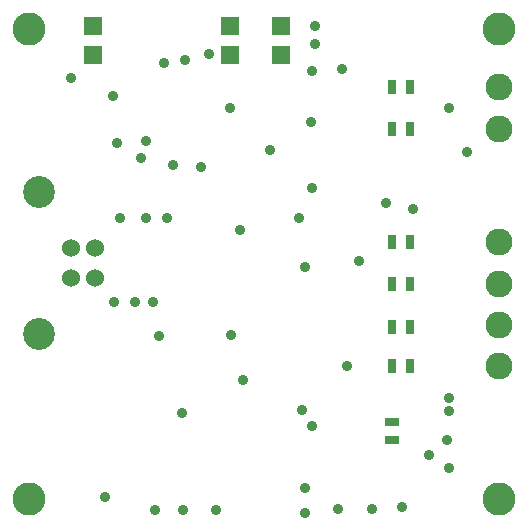
<source format=gts>
G04 (created by PCBNEW (2013-07-07 BZR 4022)-stable) date 18.12.2014 21:09:26*
%MOIN*%
G04 Gerber Fmt 3.4, Leading zero omitted, Abs format*
%FSLAX34Y34*%
G01*
G70*
G90*
G04 APERTURE LIST*
%ADD10C,0.00590551*%
%ADD11C,0.06*%
%ADD12C,0.1063*%
%ADD13R,0.025X0.045*%
%ADD14R,0.045X0.025*%
%ADD15C,0.09*%
%ADD16R,0.0590551X0.0590551*%
%ADD17C,0.110236*%
%ADD18C,0.035*%
G04 APERTURE END LIST*
G54D10*
G54D11*
X4149Y9339D03*
X4149Y10339D03*
X3362Y10339D03*
X3362Y9339D03*
G54D12*
X2299Y7477D03*
X2299Y12201D03*
G54D13*
X14050Y6400D03*
X14650Y6400D03*
X14050Y15700D03*
X14650Y15700D03*
X14050Y14300D03*
X14650Y14300D03*
G54D14*
X14050Y4550D03*
X14050Y3950D03*
G54D13*
X14050Y7700D03*
X14650Y7700D03*
X14050Y9150D03*
X14650Y9150D03*
X14050Y10550D03*
X14650Y10550D03*
G54D15*
X17616Y14311D03*
X17616Y15688D03*
X17616Y9150D03*
X17616Y10528D03*
X17616Y6394D03*
X17616Y7772D03*
G54D16*
X4100Y17742D03*
X4100Y16757D03*
X8650Y16757D03*
X8650Y17742D03*
X10350Y16757D03*
X10350Y17742D03*
G54D17*
X1968Y1968D03*
X17631Y1968D03*
X1968Y17631D03*
X17631Y17631D03*
G54D18*
X12550Y6400D03*
X11400Y16250D03*
X5850Y13900D03*
X9000Y10950D03*
X7700Y13050D03*
X13850Y11850D03*
X10000Y13600D03*
X4500Y2050D03*
X11500Y17150D03*
X12400Y16300D03*
X12950Y9900D03*
X8700Y7450D03*
X7050Y4850D03*
X8650Y15000D03*
X4900Y13850D03*
X5700Y13350D03*
X6750Y13100D03*
X11350Y14550D03*
X11150Y9700D03*
X10950Y11350D03*
X5500Y8550D03*
X4800Y8550D03*
X11400Y12350D03*
X6300Y7400D03*
X9100Y5950D03*
X6550Y11350D03*
X5000Y11350D03*
X5850Y11350D03*
X7950Y16800D03*
X6450Y16500D03*
X7150Y16600D03*
X14750Y11650D03*
X6100Y8550D03*
X8200Y1600D03*
X7100Y1600D03*
X6150Y1600D03*
X14400Y1700D03*
X13400Y1650D03*
X12250Y1650D03*
X11150Y1500D03*
X11150Y2350D03*
X15950Y4900D03*
X15950Y5350D03*
X15950Y3000D03*
X16550Y13550D03*
X3350Y16000D03*
X11500Y17750D03*
X4750Y15400D03*
X11400Y4400D03*
X11050Y4950D03*
X15900Y3950D03*
X15300Y3450D03*
X15950Y15000D03*
M02*

</source>
